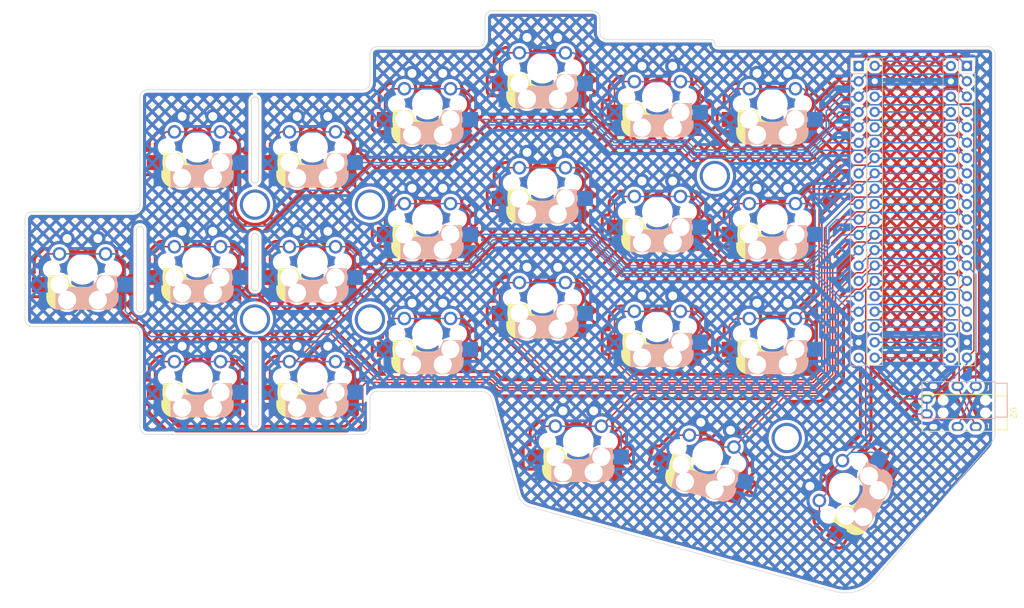
<source format=kicad_pcb>
(kicad_pcb (version 20211014) (generator pcbnew)
  (layers (0 "F.Cu" signal) (31 "B.Cu" signal) (34 "B.Paste" user) (35 "F.Paste" user) (36 "B.SilkS" user "B.Silkscreen") (37 "F.SilkS" user "F.Silkscreen") (38 "B.Mask" user) (39 "F.Mask" user) (44 "Edge.Cuts" user))
  (net 0 "")
  (net 1 "/k00")
  (net 2 "GND")
  (net 3 "/k01")
  (net 4 "/k02")
  (net 5 "/k03")
  (net 6 "/k04")
  (net 7 "/k05")
  (net 8 "/k10")
  (net 9 "/k11")
  (net 10 "/k12")
  (net 11 "/k13")
  (net 12 "/k14")
  (net 13 "/k15")
  (net 14 "/k16")
  (net 15 "/k20")
  (net 16 "/k21")
  (net 17 "/k22")
  (net 18 "/k23")
  (net 19 "/k24")
  (net 20 "/k25")
  (net 21 "/k30")
  (net 22 "/k31")
  (net 23 "/k32")
  (net 24 "+3V3")
  (net 25 "/TX")
  (net 26 "/RX")
  (net 27 "unconnected-(U1-Pad1)")
  (net 28 "unconnected-(U1-Pad7)")
  (net 29 "unconnected-(U1-Pad8)")
  (net 30 "unconnected-(U1-Pad37)")
  (net 31 "unconnected-(U1-Pad18)")
  (net 32 "unconnected-(U1-Pad21)")
  (net 33 "unconnected-(U1-Pad22)")
  (net 34 "unconnected-(U1-Pad23)")
  (net 35 "unconnected-(U1-Pad24)")
  (net 36 "unconnected-(U1-Pad25)")
  (net 37 "unconnected-(U1-Pad36)")
  (net 38 "unconnected-(U1-Pad40)")
  (footprint "sat1l:MXOnly-1U-Hotswap-Optional-Reversible-19mm" (layer "F.Cu") (at 229.1875 66.5)
    (fp_text reference "K16")
    (fp_text value "KEYSW")
  )
  (footprint "Kicad-STM32:YAAJ_WeAct_BlackPill_2" (layer "F.Cu") (at 243.4375 41.1925)
    (fp_text reference "U1")
    (fp_text value "YAAJ_WeAct_BlackPill_Part_Like" hide)
  )
  (footprint "sat1l:MXOnly-1U-Hotswap-Optional-Reversible-19mm" (layer "F.Cu") (at 191.1875 79.5625)
    (fp_text reference "K23")
    (fp_text value "KEYSW")
  )
  (footprint "sat1l:MXOnly-1U-Hotswap-Optional-Reversible-19mm" (layer "F.Cu") (at 210.1875 84.3125)
    (fp_text reference "K24")
    (fp_text value "KEYSW")
  )
  (footprint "sat1l:MXOnly-1U-Hotswap-Optional-Reversible-19mm" (layer "F.Cu") (at 191.1875 60.5625)
    (fp_text reference "K14")
    (fp_text value "KEYSW")
  )
  (footprint "sat1l:MXOnly-1U-Hotswap-Optional-Reversible-19mm" (layer "F.Cu") (at 191.1875 41.5625)
    (fp_text reference "K03")
    (fp_text value "KEYSW")
  )
  (footprint "sat1l:MXOnly-1U-Hotswap-Optional-Reversible-19mm" (layer "F.Cu") (at 134.1875 73.625)
    (fp_text reference "K11")
    (fp_text value "KEYSW")
  )
  (footprint "sat1l:breakaway .75U (for 19mm net)" (layer "F.Cu") (at 143.6875 53.4375)
    (fp_text reference "B3")
    (fp_text value "breakaway")
    (fp_line (start -0.59375 6.53125) (end -0.59375 -6.53125) (layer "Edge.Cuts") (width 0.12))
    (fp_line (start 0.59375 6.53125) (end 0.59375 -6.53125) (layer "Edge.Cuts") (width 0.12))
    (fp_arc (start -0.59375 -6.53125) (mid 0 -7.125) (end 0.59375 -6.53125) (layer "Edge.Cuts") (width 0.12))
    (fp_arc (start 0.59375 6.53125) (mid 0 7.125) (end -0.59375 6.53125) (layer "Edge.Cuts") (width 0.12))
  )
  (footprint "sat1l:MXOnly-1U-Hotswap-Optional-Reversible-19mm" (layer "F.Cu") (at 229.1875 47.5)
    (fp_text reference "K05")
    (fp_text value "KEYSW")
  )
  (footprint "sat1l:breakaway .5U (for 19mm net)" (layer "F.Cu") (at 143.6875 73.625)
    (fp_text reference "B2")
    (fp_text value "breakaway")
    (fp_line (start 0.59375 4.15625) (end 0.59375 -4.15625) (layer "Edge.Cuts") (width 0.12))
    (fp_line (start -0.59375 4.15625) (end -0.59375 -4.15625) (layer "Edge.Cuts") (width 0.12))
    (fp_arc (start -0.59375 -4.15625) (mid 0 -4.75) (end 0.59375 -4.15625) (layer "Edge.Cuts") (width 0.12))
    (fp_arc (start 0.59375 4.15625) (mid 0 4.75) (end -0.59375 4.15625) (layer "Edge.Cuts") (width 0.12))
  )
  (footprint "sat1l:MXOnly-1U-Hotswap-Optional-Reversible-19mm" (layer "F.Cu") (at 172.1875 66.5)
    (fp_text reference "K13")
    (fp_text value "KEYSW")
  )
  (footprint "sat1l:MXOnly-1U-Hotswap-Optional-Reversible-19mm" (layer "F.Cu") (at 197.125 103.3125)
    (fp_text reference "K30")
    (fp_text value "KEYSW")
  )
  (footprint "kbd:M2_Hole_TH_Outside" (layer "F.Cu") (at 162.6875 64.125)
    (fp_text reference "H6")
    (fp_text value "MountingHole")
  )
  (footprint "sat1l:breakaway .75U (for 19mm net)" (layer "F.Cu") (at 143.6875 93.8125)
    (fp_text reference "B1")
    (fp_text value "breakaway")
    (fp_line (start -0.59375 6.53125) (end -0.59375 -6.53125) (layer "Edge.Cuts") (width 0.12))
    (fp_line (start 0.59375 6.53125) (end 0.59375 -6.53125) (layer "Edge.Cuts") (width 0.12))
    (fp_arc (start 0.59375 6.53125) (mid 0 7.125) (end -0.59375 6.53125) (layer "Edge.Cuts") (width 0.12))
    (fp_arc (start -0.59375 -6.53125) (mid 0 -7.125) (end 0.59375 -6.53125) (layer "Edge.Cuts") (width 0.12))
  )
  (footprint "sat1l:MXOnly-1U-Hotswap-Optional-Reversible-19mm" (layer "F.Cu") (at 153.1875 73.625)
    (fp_text reference "K12")
    (fp_text value "KEYSW")
  )
  (footprint "sat1l:MXOnly-1U-Hotswap-Optional-Reversible-19mm" (layer "F.Cu") (at 153.1875 92.625)
    (fp_text reference "K21")
    (fp_text value "KEYSW")
  )
  (footprint "sat1l:breakaway .75U (for 19mm net)" (layer "F.Cu") (at 124.6875 74.8125)
    (fp_text reference "B4")
    (fp_text value "breakaway")
    (fp_line (start 0.59375 6.53125) (end 0.59375 -6.53125) (layer "Edge.Cuts") (width 0.12))
    (fp_line (start -0.59375 6.53125) (end -0.59375 -6.53125) (layer "Edge.Cuts") (width 0.12))
    (fp_arc (start 0.59375 6.53125) (mid 0 7.125) (end -0.59375 6.53125) (layer "Edge.Cuts") (width 0.12))
    (fp_arc (start -0.59375 -6.53125) (mid 0 -7.125) (end 0.59375 -6.53125) (layer "Edge.Cuts") (width 0.12))
  )
  (footprint "kbd:M2_Hole_TH_Outside" (layer "F.Cu") (at 231.5625 102.71875)
    (fp_text reference "H4")
    (fp_text value "MountingHole")
  )
  (footprint "sat1l:MXOnly-1U-Hotswap-Optional-Reversible-19mm" (layer "F.Cu") (at 134.1875 92.625)
    (fp_text reference "K20")
    (fp_text value "KEYSW")
  )
  (footprint "kbd:M2_Hole_TH_Outside" (layer "F.Cu") (at 143.6875 64.125)
    (fp_text reference "H5")
    (fp_text value "MountingHole")
  )
  (footprint "sat1l:MXOnly-1U-Hotswap-Optional-Reversible-19mm" (layer "F.Cu") (at 172.1875 47.5)
    (fp_text reference "K02")
    (fp_text value "KEYSW")
  )
  (footprint "sat1l:MXOnly-1.5U-Hotswap-Optional-Reversible-19mm" (layer "F.Cu") (at 241.0625 111.03125 60)
    (fp_text reference "K32")
    (fp_text value "KEYSW")
  )
  (footprint "kbd:M2_Hole_TH_Outside" (layer "F.Cu") (at 143.6875 83.125)
    (fp_text reference "H2")
    (fp_text value "MountingHole")
  )
  (footprint "sat1l:MXOnly-1U-Hotswap-Optional-Reversible-19mm" (layer "F.Cu") (at 115.1875 74.8125)
    (fp_text reference "K10")
    (fp_text value "KEYSW")
  )
  (footprint "sat1l:MXOnly-1U-Hotswap-Optional-Reversible-19mm" (layer "F.Cu") (at 218.5 105.6875 -15)
    (fp_text reference "K31")
    (fp_text value "KEYSW")
  )
  (footprint "sat1l:MXOnly-1U-Hotswap-Optional-Reversible-19mm" (layer "F.Cu") (at 210.1875 65.3125)
    (fp_text reference "K15")
    (fp_text value "KEYSW")
  )
  (footprint "sat1l:TRRS-PJ-320A-Reversible" (layer "F.Cu") (at 266 98.5625 -90)
    (fp_text reference "U2")
    (fp_text value "TRRS")
  )
  (footprint "kbd:M2_Hole_TH_Outside" (layer "F.Cu") (at 219.6875 59.375)
    (fp_text reference "H3")
    (fp_text value "MountingHole")
  )
  (footprint "kbd:M2_Hole_TH_Outside" (layer "F.Cu") (at 162.6875 83.125)
    (fp_text reference "H1")
    (fp_text value "MountingHole")
  )
  (footprint "sat1l:MXOnly-1U-Hotswap-Optional-Reversible-19mm" (layer "F.Cu") (at 134.1875 54.625)
    (fp_text reference "K00")
    (fp_text value "KEYSW")
  )
  (footprint "sat1l:MXOnly-1U-Hotswap-Optional-Reversible-19mm" (layer "F.Cu") (at 210.1875 46.3125)
    (fp_text reference "K04")
    (fp_text value "KEYSW")
  )
  (footprint "sat1l:MXOnly-1U-Hotswap-Optional-Reversible-19mm" (layer "F.Cu") (at 229.1875 85.5)
    (fp_text reference "K25")
    (fp_text value "KEYSW")
  )
  (footprint "sat1l:MXOnly-1U-Hotswap-Optional-Reversible-19mm" (layer "F.Cu") (at 172.1875 85.5)
    (fp_text reference "K22")
    (fp_text value "KEYSW")
  )
  (footprint "sat1l:MXOnly-1U-Hotswap-Optional-Reversible-19mm" (layer "F.Cu") (at 153.1875 54.625)
    (fp_text reference "K01")
    (fp_text value "KEYSW")
  )
  (gr_line (start 239.599296 128.117562) (end 188.8125 114) (layer "Edge.Cuts") (width 0.1))
  (gr_line (start 125.875 102.125) (end 161.5 102.125) (layer "Edge.Cuts") (width 0.1))
  (gr_arc (start 220.28125 38) (mid 219.861405 37.826095) (end 219.6875 37.40625) (layer "Edge.Cuts") (width 0.1))
  (gr_line (start 105.6875 66.5) (end 105.6875 83.125) (layer "Edge.Cuts") (width 0.1))
  (gr_line (start 163.875 95) (end 180.5 95) (layer "Edge.Cuts") (width 0.1))
  (gr_arc (start 245.8125 126.46875) (mid 242.924497 128.116899) (end 239.599296 128.117562) (layer "Edge.Cuts") (width 0.1))
  (gr_arc (start 124.6875 46.3125) (mid 125.035311 45.472811) (end 125.875 45.125) (layer "Edge.Cuts") (width 0.1))
  (gr_line (start 199.5 32.0625) (end 182.875 32.0625) (layer "Edge.Cuts") (width 0.1))
  (gr_line (start 124.6875 85.5) (end 124.6875 100.9375) (layer "Edge.Cuts") (width 0.1))
  (gr_arc (start 162.6875 39.1875) (mid 163.035311 38.347811) (end 163.875 38) (layer "Edge.Cuts") (width 0.1))
  (gr_line (start 180.5 38) (end 163.875 38) (layer "Edge.Cuts") (width 0.1))
  (gr_arc (start 123.5 84.3125) (mid 124.339689 84.660311) (end 124.6875 85.5) (layer "Edge.Cuts") (width 0.1))
  (gr_line (start 106.875 84.3125) (end 123.5 84.3125) (layer "Edge.Cuts") (width 0.1))
  (gr_line (start 124.6875 64.125) (end 124.6875 46.3125) (layer "Edge.Cuts") (width 0.1))
  (gr_line (start 181.6875 36.8125) (end 181.6875 33.25) (layer "Edge.Cuts") (width 0.1))
  (gr_arc (start 264.8125 38) (mid 265.652189 38.347811) (end 266 39.1875) (layer "Edge.Cuts") (width 0.1))
  (gr_arc (start 181.6875 33.25) (mid 182.035311 32.410311) (end 182.875 32.0625) (layer "Edge.Cuts") (width 0.1))
  (gr_arc (start 181.09375 95) (mid 182.135265 95.336225) (end 182.783592 96.217969) (layer "Edge.Cuts") (width 0.1))
  (gr_arc (start 106.875 84.3125) (mid 106.035311 83.964689) (end 105.6875 83.125) (layer "Edge.Cuts") (width 0.1))
  (gr_arc (start 105.6875 66.5) (mid 106.035311 65.660311) (end 106.875 65.3125) (layer "Edge.Cuts") (width 0.1))
  (gr_line (start 266 39.1875) (end 266 102.125) (layer "Edge.Cuts") (width 0.1))
  (gr_line (start 161.5 45.125) (end 125.875 45.125) (layer "Edge.Cuts") (width 0.1))
  (gr_arc (start 162.6875 96.1875) (mid 163.035311 95.347811) (end 163.875 95) (layer "Edge.Cuts") (width 0.1))
  (gr_line (start 182.783592 96.217969) (end 187.156618 112.156066) (layer "Edge.Cuts") (width 0.1))
  (gr_line (start 180.5 95) (end 181.09375 95) (layer "Edge.Cuts") (width 0.1))
  (gr_line (start 162.6875 43.9375) (end 162.6875 39.1875) (layer "Edge.Cuts") (width 0.1))
  (gr_arc (start 125.875 102.125) (mid 125.035311 101.777189) (end 124.6875 100.9375) (layer "Edge.Cuts") (width 0.1))
  (gr_line (start 162.6875 96.1875) (end 162.6875 100.9375) (layer "Edge.Cuts") (width 0.1))
  (gr_line (start 218.5 36.8125) (end 201.875 36.8125) (layer "Edge.Cuts") (width 0.1))
  (gr_line (start 238.6875 38) (end 220.875 38) (layer "Edge.Cuts") (width 0.1))
  (gr_arc (start 266 102.125) (mid 265.843371 102.764542) (end 265.478284 103.3125) (layer "Edge.Cuts") (width 0.1))
  (gr_line (start 220.875 38) (end 220.28125 38) (layer "Edge.Cuts") (width 0.1))
  (gr_arc (start 162.6875 100.9375) (mid 162.339689 101.777189) (end 161.5 102.125) (layer "Edge.Cuts") (width 0.1))
  (gr_arc (start 124.6875 64.125) (mid 124.339689 64.964689) (end 123.5 65.3125) (layer "Edge.Cuts") (width 0.1))
  (gr_arc (start 181.6875 36.8125) (mid 181.339689 37.652189) (end 180.5 38) (layer "Edge.Cuts") (width 0.1))
  (gr_arc (start 199.5 32.0625) (mid 200.339689 32.410311) (end 200.6875 33.25) (layer "Edge.Cuts") (width 0.1))
  (gr_line (start 218.5 36.8125) (end 219.09375 36.8125) (layer "Edge.Cuts") (width 0.1))
  (gr_arc (start 162.6875 43.9375) (mid 162.339689 44.777189) (end 161.5 45.125) (layer "Edge.Cuts") (width 0.1))
  (gr_arc (start 188.8125 114) (mid 187.779159 113.262487) (end 187.156618 112.156066) (layer "Edge.Cuts") (width 0.1))
  (gr_line (start 238.6875 38) (end 264.8125 38) (layer "Edge.Cuts") (width 0.1))
  (gr_arc (start 201.875 36.8125) (mid 201.035311 36.464689) (end 200.6875 35.625) (layer "Edge.Cuts") (width 0.1))
  (gr_arc (start 219.09375 36.8125) (mid 219.513595 36.986405) (end 219.6875 37.40625) (layer "Edge.Cuts") (width 0.1))
  (gr_line (start 123.5 65.3125) (end 106.875 65.3125) (layer "Edge.Cuts") (width 0.1))
  (gr_line (start 245.8125 126.46875) (end 265.478284 103.3125) (layer "Edge.Cuts") (width 0.1))
  (gr_line (start 200.6875 35.625) (end 200.6875 33.25) (layer "Edge.Cuts") (width 0.1))
  (segment (start 127.1025 57.165) (end 127.1025 53.99125) (width 0.25) (layer "F.Cu") (net 1))
  (segment (start 127.1025 53.99125) (end 129.00875 52.085) (width 0.25) (layer "F.Cu") (net 1))
  (segment (start 129.00875 52.085) (end 130.3775 52.085) (width 0.25) (layer "F.Cu") (net 1))
  (segment (start 141.2725 57.165) (end 140.125 58.3125) (width 0.25) (layer "B.Cu") (net 1))
  (segment (start 182.183896 50.94) (end 198.808812 50.94) (width 0.25) (layer "B.Cu") (net 1))
  (segment (start 235.608084 56.425) (end 236.893084 55.14) (width 0.25) (layer "B.Cu") (net 1))
  (segment (start 145.46875 67.6875) (end 151.40625 61.75) (width 0.25) (layer "B.Cu") (net 1))
  (segment (start 202.656312 54.7875) (end 214.378312 54.7875) (width 0.25) (layer "B.Cu") (net 1))
  (segment (start 214.378312 54.7875) (end 216.015812 56.425) (width 0.25) (layer "B.Cu") (net 1))
  (segment (start 246.0975 53.8725) (end 258.6575 53.8725) (width 0.25) (layer "B.Cu") (net 1))
  (segment (start 244.83 55.14) (end 246.0975 53.8725) (width 0.25) (layer "B.Cu") (net 1))
  (segment (start 151.40625 61.75) (end 158.8625 61.75) (width 0.25) (layer "B.Cu") (net 1))
  (segment (start 139.36625 52.085) (end 141.2725 53.99125) (width 0.25) (layer "B.Cu") (net 1))
  (segment (start 140.125 58.3125) (end 140.125 65.90625) (width 0.25) (layer "B.Cu") (net 1))
  (segment (start 236.893084 55.14) (end 244.83 55.14) (width 0.25) (layer "B.Cu") (net 1))
  (segment (start 140.125 65.90625) (end 141.90625 67.6875) (width 0.25) (layer "B.Cu") (net 1))
  (segment (start 175.508896 57.615) (end 182.183896 50.94) (width 0.25) (layer "B.Cu") (net 1))
  (segment (start 258.6575 53.8725) (end 258.6775 53.8925) (width 0.25) (layer "B.Cu") (net 1))
  (segment (start 141.90625 67.6875) (end 145.46875 67.6875) (width 0.25) (layer "B.Cu") (net 1))
  (segment (start 198.808812 50.94) (end 202.656312 54.7875) (width 0.25) (layer "B.Cu") (net 1))
  (segment (start 137.9975 52.085) (end 130.3775 52.085) (width 0.25) (layer "B.Cu") (net 1))
  (segment (start 141.2725 53.99125) (end 141.2725 57.165) (width 0.25) (layer "B.Cu") (net 1))
  (segment (start 216.015812 56.425) (end 235.608084 56.425) (width 0.25) (layer "B.Cu") (net 1))
  (segment (start 162.9975 57.615) (end 175.508896 57.615) (width 0.25) (layer "B.Cu") (net 1))
  (segment (start 137.9975 52.085) (end 139.36625 52.085) (width 0.25) (layer "B.Cu") (net 1))
  (segment (start 158.8625 61.75) (end 162.9975 57.615) (width 0.25) (layer "B.Cu") (net 1))
  (segment (start 159.0295 97.705) (end 159.697427 97.037073) (width 0.25) (layer "F.Cu") (net 2))
  (segment (start 219.262 92.625) (end 216.0295 89.3925) (width 0.25) (layer "F.Cu") (net 2))
  (segment (start 235.0295 90.58) (end 232.9845 92.625) (width 0.25) (layer "F.Cu") (net 2))
  (segment (start 232.9845 92.625) (end 219.262 92.625) (width 0.25) (layer "F.Cu") (net 2))
  (segment (start 246.0975 43.7125) (end 258.6575 43.7125) (width 0.25) (layer "B.Cu") (net 2))
  (segment (start 260.04 88.19) (end 261.3375 86.8925) (width 0.25) (layer "B.Cu") (net 2))
  (segment (start 244.78 85.57) (end 260.015 85.57) (width 0.25) (layer "B.Cu") (net 2))
  (segment (start 255.8 94.1625) (end 260.04 89.9225) (width 0.25) (layer "B.Cu") (net 2))
  (segment (start 260.04 89.9225) (end 260.04 88.19) (width 0.25) (layer "B.Cu") (net 2))
  (segment (start 260.015 85.57) (end 261.3375 86.8925) (width 0.25) (layer "B.Cu") (net 2))
  (segment (start 258.6575 43.7125) (end 258.6775 43.7325) (width 0.25) (layer "B.Cu") (net 2))
  (segment (start 243.4375 86.9125) (end 244.78 85.57) (width 0.25) (layer "B.Cu") (net 2))
  (segment (start 146.1025 53.99125) (end 148.00875 52.085) (width 0.25) (layer "F.Cu") (net 3))
  (segment (start 146.1025 57.165) (end 146.1025 53.99125) (width 0.25) (layer "F.Cu") (net 3))
  (segment (start 148.00875 52.085) (end 149.3775 52.085) (width 0.25) (layer "F.Cu") (net 3))
  (segment (start 181.9975 50.49) (end 198.995208 50.49) (width 0.25) (layer "B.Cu") (net 3))
  (segment (start 175.3225 57.165) (end 181.9975 50.49) (width 0.25) (layer "B.Cu") (net 3))
  (segment (start 235.421688 55.975) (end 237.504188 53.8925) (width 0.25) (layer "B.Cu") (net 3))
  (segment (start 244.654499 52.675501) (end 260.140501 52.675501) (width 0.25) (layer "B.Cu") (net 3))
  (segment (start 198.995208 50.49) (end 202.842708 54.3375) (width 0.25) (layer "B.Cu") (net 3))
  (segment (start 160.2725 53.99125) (end 158.36625 52.085) (width 0.25) (layer "B.Cu") (net 3))
  (segment (start 202.842708 54.3375) (end 214.564708 54.3375) (width 0.25) (layer "B.Cu") (net 3))
  (segment (start 216.202208 55.975) (end 235.421688 55.975) (width 0.25) (layer "B.Cu") (net 3))
  (segment (start 156.9975 52.085) (end 149.3775 52.085) (width 0.25) (layer "B.Cu") (net 3))
  (segment (start 237.504188 53.8925) (end 243.4375 53.8925) (width 0.25) (layer "B.Cu") (net 3))
  (segment (start 243.4375 53.8925) (end 244.654499 52.675501) (width 0.25) (layer "B.Cu") (net 3))
  (segment (start 160.2725 57.165) (end 160.2725 53.99125) (width 0.25) (layer "B.Cu") (net 3))
  (segment (start 158.36625 52.085) (end 156.9975 52.085) (width 0.25) (layer "B.Cu") (net 3))
  (segment (start 160.2725 57.165) (end 175.3225 57.165) (width 0.25) (layer "B.Cu") (net 3))
  (segment (start 260.140501 52.675501) (end 261.3375 53.8725) (width 0.25) (layer "B.Cu") (net 3))
  (segment (start 214.564708 54.3375) (end 216.202208 55.975) (width 0.25) (layer "B.Cu") (net 3))
  (segment (start 168.3775 44.96) (end 166.182675 44.96) (width 0.25) (layer "F.Cu") (net 4))
  (segment (start 166.182675 44.96) (end 165.1025 46.040175) (width 0.25) (layer "F.Cu") (net 4))
  (segment (start 165.1025 46.040175) (end 165.1025 50.04) (width 0.25) (layer "F.Cu") (net 4))
  (segment (start 199.181604 50.04) (end 203.029104 53.8875) (width 0.25) (layer "B.Cu") (net 4))
  (segment (start 203.029104 53.8875) (end 214.751104 53.8875) (width 0.25) (layer "B.Cu") (net 4))
  (segment (start 243.4375 51.3525) (end 244.6325 50.1575) (width 0.25) (layer "B.Cu") (net 4))
  (segment (start 260.1625 50.1575) (end 261.3375 51.3325) (width 0.25) (layer "B.Cu") (net 4))
  (segment (start 179.2725 50.04) (end 199.181604 50.04) (width 0.25) (layer "B.Cu") (net 4))
  (segment (start 214.751104 53.8875) (end 216.388604 55.525) (width 0.25) (layer "B.Cu") (net 4))
  (segment (start 239.407792 51.3525) (end 243.4375 51.3525) (width 0.25) (layer "B.Cu") (net 4))
  (segment (start 175.9975 44.96) (end 168.3775 44.96) (width 0.25) (layer "B.Cu") (net 4))
  (segment (start 216.388604 55.525) (end 235.235292 55.525) (width 0.25) (layer "B.Cu") (net 4))
  (segment (start 175.9975 44.96) (end 178.192325 44.96) (width 0.25) (layer "B.Cu") (net 4))
  (segment (start 178.192325 44.96) (end 179.2725 46.040175) (width 0.25) (layer "B.Cu") (net 4))
  (segment (start 179.2725 46.040175) (end 179.2725 50.04) (width 0.25) (layer "B.Cu") (net 4))
  (segment (start 244.6325 50.1575) (end 260.1625 50.1575) (width 0.25) (layer "B.Cu") (net 4))
  (segment (start 235.235292 55.525) (end 239.407792 51.3525) (width 0.25) (layer "B.Cu") (net 4))
  (segment (start 184.1025 40.102675) (end 184.1025 44.1025) (width 0.25) (layer "F.Cu") (net 5))
  (segment (start 187.3775 39.0225) (end 185.182675 39.0225) (width 0.25) (layer "F.Cu") (net 5))
  (segment (start 185.182675 39.0225) (end 184.1025 40.102675) (width 0.25) (layer "F.Cu") (net 5))
  (segment (start 216.575 55.075) (end 235.048896 55.075) (width 0.25) (layer "B.Cu") (net 5))
  (segment (start 260.1625 47.6175) (end 261.3375 48.7925) (width 0.25) (layer "B.Cu") (net 5))
  (segment (start 198.2725 40.92875) (end 196.36625 39.0225) (width 0.25) (layer "B.Cu") (net 5))
  (segment (start 240.2 48.8125) (end 243.4375 48.8125) (width 0.25) (layer "B.Cu") (net 5))
  (segment (start 243.4375 48.8125) (end 244.6325 47.6175) (width 0.25) (layer "B.Cu") (net 5))
  (segment (start 196.36625 39.0225) (end 194.9975 39.0225) (width 0.25) (layer "B.Cu") (net 5))
  (segment (start 214.9375 53.4375) (end 216.575 55.075) (width 0.25) (layer "B.Cu") (net 5))
  (segment (start 198.2725 44.1025) (end 198.2725 40.92875) (width 0.25) (layer "B.Cu") (net 5))
  (segment (start 238.54375 50.46875) (end 240.2 48.8125) (width 0.25) (layer "B.Cu") (net 5))
  (segment (start 244.6325 47.6175) (end 260.1625 47.6175) (width 0.25) (layer "B.Cu") (net 5))
  (segment (start 235.048896 55.075) (end 238.54375 51.580146) (width 0.25) (layer "B.Cu") (net 5))
  (segment (start 194.9975 39.0225) (end 187.3775 39.0225) (width 0.25) (layer "B.Cu") (net 5))
  (segment (start 203.2155 53.4375) (end 214.9375 53.4375) (width 0.25) (layer "B.Cu") (net 5))
  (segment (start 198.2725 44.1025) (end 198.2725 48.4945) (width 0.25) (layer "B.Cu") (net 5))
  (segment (start 238.54375 51.580146) (end 238.54375 50.46875) (width 0.25) (layer "B.Cu") (net 5))
  (segment (start 198.2725 48.4945) (end 203.2155 53.4375) (width 0.25) (layer "B.Cu") (net 5))
  (segment (start 204.182675 43.7725) (end 203.1025 44.852675) (width 0.25) (layer "F.Cu") (net 6))
  (segment (start 206.3775 43.7725) (end 204.182675 43.7725) (width 0.25) (layer "F.Cu") (net 6))
  (segment (start 203.1025 44.852675) (end 203.1025 48.8525) (width 0.25) (layer "F.Cu") (net 6))
  (segment (start 240.50875 46.2725) (end 243.4375 46.2725) (width 0.25) (layer "B.Cu") (net 6))
  (segment (start 260.1625 45.0775) (end 261.3375 46.2525) (width 0.25) (layer "B.Cu") (net 6))
  (segment (start 213.9975 43.7725) (end 206.3775 43.7725) (width 0.25) (layer "B.Cu") (net 6))
  (segment (start 217.2725 44.852675) (end 217.2725 48.8525) (width 0.25) (layer "B.Cu") (net 6))
  (segment (start 217.2725 48.8525) (end 217.2725 49.682) (width 0.25) (layer "B.Cu") (net 6))
  (segment (start 238.09375 51.39375) (end 238.09375 48.6875) (width 0.25) (layer "B.Cu") (net 6))
  (segment (start 216.192325 43.7725) (end 217.2725 44.852675) (width 0.25) (layer "B.Cu") (net 6))
  (segment (start 217.2725 49.682) (end 222.2155 54.625) (width 0.25) (layer "B.Cu") (net 6))
  (segment (start 213.9975 43.7725) (end 216.192325 43.7725) (width 0.25) (layer "B.Cu") (net 6))
  (segment (start 244.6325 45.0775) (end 260.1625 45.0775) (width 0.25) (layer "B.Cu") (net 6))
  (segment (start 243.4375 46.2725) (end 244.6325 45.0775) (width 0.25) (layer "B.Cu") (net 6))
  (segment (start 238.09375 48.6875) (end 240.50875 46.2725) (width 0.25) (layer "B.Cu") (net 6))
  (segment (start 222.2155 54.625) (end 234.8625 54.625) (width 0.25) (layer "B.Cu") (net 6))
  (segment (start 234.8625 54.625) (end 238.09375 51.39375) (width 0.25) (layer "B.Cu") (net 6))
  (segment (start 222.1025 46.040175) (end 222.1025 50.04) (width 0.25) (layer "F.Cu") (net 7))
  (segment (start 223.182675 44.96) (end 222.1025 46.040175) (width 0.25) (layer "F.Cu") (net 7))
  (segment (start 225.3775 44.96) (end 223.182675 44.96) (width 0.25) (layer "F.Cu") (net 7))
  (segment (start 236.2725 46.94625) (end 234.28625 44.96) (width 0.25) (layer "B.Cu") (net 7))
  (segment (start 236.2725 50.04) (end 236.2725 46.94625) (width 0.25) (layer "B.Cu") (net 7))
  (segment (start 244.6325 42.5375) (end 260.1625 42.5375) (width 0.25) (layer "B.Cu") (net 7))
  (segment (start 243.4375 43.7325) (end 244.6325 42.5375) (width 0.25) (layer "B.Cu") (net 7))
  (segment (start 234.28625 44.96) (end 232.9975 44.96) (width 0.25) (layer "B.Cu") (net 7))
  (segment (start 260.1625 42.5375) (end 261.3375 43.7125) (width 0.25) (layer "B.Cu") (net 7))
  (segment (start 236.2725 46.94625) (end 239.48625 43.7325) (width 0.25) (layer "B.Cu") (net 7))
  (segment (start 239.48625 43.7325) (end 243.4375 43.7325) (width 0.25) (layer "B.Cu") (net 7))
  (segment (start 232.9975 44.96) (end 225.3775 44.96) (width 0.25) (layer "B.Cu") (net 7))
  (segment (start 108.1025 73.352675) (end 108.1025 77.3525) (width 0.25) (layer "F.Cu") (net 8))
  (segment (start 111.3775 72.2725) (end 109.182675 72.2725) (width 0.25) (layer "F.Cu") (net 8))
  (segment (start 109.182675 72.2725) (end 108.1025 73.352675) (width 0.25) (layer "F.Cu") (net 8))
  (segment (start 118.9975 72.2725) (end 111.3775 72.2725) (width 0.25) (layer "B.Cu") (net 8))
  (segment (start 122.2725 73.585) (end 120.96 72.2725) (width 0.25) (layer "B.Cu") (net 8))
  (segment (start 243.4375 81.8325) (end 242.145 81.8325) (width 0.25) (layer "B.Cu") (net 8))
  (segment (start 123.027228 82.53125) (end 122.966739 82.470761) (width 0.25) (layer "B.Cu") (net 8))
  (segment (start 122.2725 81.776522) (end 122.2725 77.3525) (width 0.25) (layer "B.Cu") (net 8))
  (segment (start 244.6325 80.6375) (end 260.1625 80.6375) (width 0.25) (layer "B.Cu") (net 8))
  (segment (start 183.226542 70.39) (end 179.091542 74.525) (width 0.25) (layer "B.Cu") (net 8))
  (segment (start 236.3125 76) (end 204.232416 76) (width 0.25) (layer "B.Cu") (net 8))
  (segment (start 120.96 72.2725) (end 118.9975 72.2725) (width 0.25) (layer "B.Cu") (net 8))
  (segment (start 242.145 81.8325) (end 236.3125 76) (width 0.25) (layer "B.Cu") (net 8))
  (segment (start 126.445978 85.95) (end 122.966739 82.470761) (width 0.25) (layer "B.Cu") (net 8))
  (segment (start 204.232416 76) (end 198.622416 70.39) (width 0.25) (layer "B.Cu") (net 8))
  (segment (start 260.1625 80.6375) (end 261.3375 81.8125) (width 0.25) (layer "B.Cu") (net 8))
  (segment (start 122.2725 77.3525) (end 122.2725 73.585) (width 0.25) (layer "B.Cu") (net 8))
  (segment (start 154.298896 85.95) (end 126.445978 85.95) (width 0.25) (layer "B.Cu") (net 8))
  (segment (start 179.091542 74.525) (end 165.723896 74.525) (width 0.25) (layer "B.Cu") (net 8))
  (segment (start 198.622416 70.39) (end 183.226542 70.39) (width 0.25) (layer "B.Cu") (net 8))
  (segment (start 122.966739 82.470761) (end 122.2725 81.776522) (width 0.25) (layer "B.Cu") (net 8))
  (segment (start 243.4375 81.8325) (end 244.6325 80.6375) (width 0.25) (layer "B.Cu") (net 8))
  (segment (start 165.723896 74.525) (end 154.298896 85.95) (width 0.25) (layer "B.Cu") (net 8))
  (segment (start 130.3775 71.085) (end 128.182675 71.085) (width 0.25) (layer "F.Cu") (net 9))
  (segment (start 128.182675 71.085) (end 127.1025 72.165175) (width 0.25) (layer "F.Cu") (net 9))
  (segment (start 127.1025 72.165175) (end 127.1025 76.165) (width 0.25) (layer "F.Cu") (net 9))
  (segment (start 137.9975 71.085) (end 139.96 71.085) (width 0.25) (layer "B.Cu") (net 9))
  (segment (start 145.86496 80.89375) (end 158.71875 80.89375) (width 0.25) (layer "B.Cu") (net 9))
  (segment (start 198.808812 69.94) (end 204.418812 75.55) (width 0.25) (layer "B.Cu") (net 9))
  (segment (start 142.794615 78.96875) (end 143.93996 78.96875) (width 0.25) (layer "B.Cu") (net 9))
  (segment (start 137.9975 71.085) (end 130.3775 71.085) (width 0.25) (layer "B.Cu") (net 9))
  (segment (start 204.418812 75.55) (end 236.498896 75.55) (width 0.25) (layer "B.Cu") (net 9))
  (segment (start 240.241396 79.2925) (end 243.4375 79.2925) (width 0.25) (layer "B.Cu") (net 9))
  (segment (start 243.4375 79.2925) (end 244.6325 78.0975) (width 0.25) (layer "B.Cu") (net 9))
  (segment (start 143.93996 78.96875) (end 145.86496 80.89375) (width 0.25) (layer "B.Cu") (net 9))
  (segment (start 158.71875 80.89375) (end 165.5375 74.075) (width 0.25) (layer "B.Cu") (net 9))
  (segment (start 244.6325 78.0975) (end 260.1625 78.0975) (width 0.25) (layer "B.Cu") (net 9))
  (segment (start 165.5375 74.075) (end 178.905146 74.075) (width 0.25) (layer "B.Cu") (net 9))
  (segment (start 141.2725 77.446635) (end 142.794615 78.96875) (width 0.25) (layer "B.Cu") (net 9))
  (segment (start 260.1625 78.0975) (end 261.3375 79.2725) (width 0.25) (layer "B.Cu") (net 9))
  (segment (start 236.498896 75.55) (end 240.241396 79.2925) (width 0.25) (layer "B.Cu") (net 9))
  (segment (start 139.96 71.085) (end 141.2725 72.3975) (width 0.25) (layer "B.Cu") (net 9))
  (segment (start 141.2725 72.3975) (end 141.2725 76.165) (width 0.25) (layer "B.Cu") (net 9))
  (segment (start 178.905146 74.075) (end 183.040146 69.94) (width 0.25) (layer "B.Cu") (net 9))
  (segment (start 183.040146 69.94) (end 198.808812 69.94) (width 0.25) (layer "B.Cu") (net 9))
  (segment (start 141.2725 76.165) (end 141.2725 77.446635) (width 0.25) (layer "B.Cu") (net 9))
  (segment (start 146.1025 72.165175) (end 146.1025 76.165) (width 0.25) (layer "F.Cu") (net 10))
  (segment (start 149.3775 71.085) (end 147.182675 71.085) (width 0.25) (layer "F.Cu") (net 10))
  (segment (start 147.182675 71.085) (end 146.1025 72.165175) (width 0.25) (layer "F.Cu") (net 10))
  (segment (start 239.70375 75.40625) (end 243.4375 71.6725) (width 0.25) (layer "B.Cu") (net 10))
  (segment (start 182.85375 69.49) (end 198.995208 69.49) (width 0.25) (layer "B.Cu") (net 10))
  (segment (start 164.163604 74.8125) (end 165.351104 73.625) (width 0.25) (layer "B.Cu") (net 10))
  (segment (start 160.2725 76.165) (end 161.625 74.8125) (width 0.25) (layer "B.Cu") (net 10))
  (segment (start 161.625 74.8125) (end 164.163604 74.8125) (width 0.25) (layer "B.Cu") (net 10))
  (segment (start 156.9975 71.085) (end 158.96 71.085) (width 0.25) (layer "B.Cu") (net 10))
  (segment (start 236.991542 75.40625) (end 239.70375 75.40625) (width 0.25) (layer "B.Cu") (net 10))
  (segment (start 243.4375 71.6725) (end 244.6325 70.4775) (width 0.25) (layer "B.Cu") (net 10))
  (segment (start 158.96 71.085) (end 160.2725 72.3975) (width 0.25) (layer "B.Cu") (net 10))
  (segment (start 165.351104 73.625) (end 178.71875 73.625) (width 0.25) (layer "B.Cu") (net 10))
  (segment (start 204.605208 75.1) (end 236.685292 75.1) (width 0.25) (layer "B.Cu") (net 10))
  (segment (start 160.2725 72.3975) (end 160.2725 76.165) (width 0.25) (layer "B.Cu") (net 10))
  (segment (start 260.1625 70.4775) (end 261.3375 71.6525) (width 0.25) (layer "B.Cu") (net 10))
  (segment (start 178.71875 73.625) (end 182.85375 69.49) (width 0.25) (layer "B.Cu") (net 10))
  (segment (start 198.995208 69.49) (end 204.605208 75.1) (width 0.25) (layer "B.Cu") (net 10))
  (segment (start 244.6325 70.4775) (end 260.1625 70.4775) (width 0.25) (layer "B.Cu") (net 10))
  (segment (start 149.3775 71.085) (end 156.9975 71.085) (width 0.25) (layer "B.Cu") (net 10))
  (segment (start 236.685292 75.1) (end 236.991542 75.40625) (width 0.25) (layer "B.Cu") (net 10))
  (segment (start 165.1025 66.204998) (end 165.1025 69.04) (width 0.25) (layer "F.Cu") (net 11))
  (segment (start 167.347498 63.96) (end 165.1025 66.204998) (width 0.25) (layer "F.Cu") (net 11))
  (segment (start 168.3775 63.96) (end 167.347498 63.96) (width 0.25) (layer "F.Cu") (net 11))
  (segment (start 240.627792 69.1325) (end 243.4375 69.1325) (width 0.25) (layer "B.Cu") (net 11))
  (segment (start 178.192325 63.96) (end 179.2725 65.040175) (width 0.25) (layer "B.Cu") (net 11))
  (segment (start 244.6325 67.9375) (end 260.1625 67.9375) (width 0.25) (layer "B.Cu") (net 11))
  (segment (start 179.2725 65.040175) (end 179.2725 69.04) (width 0.25) (layer "B.Cu") (net 11))
  (segment (start 243.4375 69.1325) (end 244.6325 67.9375) (width 0.25) (layer "B.Cu") (net 11))
  (segment (start 175.9975 63.96) (end 178.192325 63.96) (width 0.25) (layer "B.Cu") (net 11))
  (segment (start 168.3775 63.96) (end 175.9975 63.96) (width 0.25) (layer "B.Cu") (net 11))
  (segment (start 199.181604 69.04) (end 204.791604 74.65) (width 0.25) (layer "B.Cu") (net 11))
  (segment (start 204.791604 74.65) (end 235.110292 74.65) (width 0.25) (layer "B.Cu") (net 11))
  (segment (start 179.2725 69.04) (end 199.181604 69.04) (width 0.25) (layer "B.Cu") (net 11))
  (segment (start 235.110292 74.65) (end 240.627792 69.1325) (width 0.25) (layer "B.Cu") (net 11))
  (segment (start 260.1625 67.9375) (end 261.3375 69.1125) (width 0.25) (layer "B.Cu") (net 11))
  (segment (start 187.3775 58.0225) (end 185.182675 58.0225) (width 0.25) (layer "F.Cu") (net 12))
  (segment (start 184.1025 59.102675) (end 184.1025 63.1025) (width 0.25) (layer "F.Cu") (net 12))
  (segment (start 185.182675 58.0225) (end 184.1025 59.102675) (width 0.25) (layer "F.Cu") (net 12))
  (segment (start 187.3775 58.0225) (end 194.9975 58.0225) (width 0.25) (layer "B.Cu") (net 12))
  (segment (start 198.2725 59.102675) (end 198.2725 63.1025) (width 0.25) (layer "B.Cu") (net 12))
  (segment (start 194.9975 58.0225) (end 197.192325 58.0225) (width 0.25) (layer "B.Cu") (net 12))
  (segment (start 238.54375 70.580146) (end 238.54375 67.873896) (width 0.25) (layer "B.Cu") (net 12))
  (segment (start 239.825146 66.5925) (end 243.4375 66.5925) (width 0.25) (layer "B.Cu") (net 12))
  (segment (start 261.3375 66.5725) (end 260.1625 65.3975) (width 0.25) (layer "B.Cu") (net 12))
  (segment (start 260.1625 65.3975) (end 244.6325 65.3975) (width 0.25) (layer "B.Cu") (net 12))
  (segment (start 204.978 74.2) (end 234.923896 74.2) (width 0.25) (layer "B.Cu") (net 12))
  (segment (start 238.54375 67.873896) (end 239.825146 66.5925) (width 0.25) (layer "B.Cu") (net 12))
  (segment (start 198.2725 67.4945) (end 204.978 74.2) (width 0.25) (layer "B.Cu") (net 12))
  (segment (start 244.6325 65.3975) (end 243.4375 66.5925) (width 0.25) (layer "B.Cu") (net 12))
  (segment (start 197.192325 58.0225) (end 198.2725 59.102675) (width 0.25) (layer "B.Cu") (net 12))
  (segment (start 198.2725 63.1025) (end 198.2725 67.4945) (width 0.25) (layer "B.Cu") (net 12))
  (segment (start 234.923896 74.2) (end 238.54375 70.580146) (width 0.25) (layer "B.Cu") (net 12))
  (segment (start 204.182675 62.7725) (end 203.1025 63.852675) (width 0.25) (layer "F.Cu") (net 13))
  (segment (start 206.3775 62.7725) (end 204.182675 62.7725) (width 0.25) (layer "F.Cu") (net 13))
  (segment (start 203.1025 63.852675) (end 203.1025 67.8525) (width 0.25) (layer "F.Cu") (net 13))
  (segment (start 217.2725 67.8525) (end 217.2725 69.3525) (width 0.25) (layer "B.Cu") (net 13))
  (segment (start 216.192325 62.7725) (end 217.2725 63.852675) (width 0.25) (layer "B.Cu") (net 13))
  (segment (start 243.4375 64.0525) (end 244.6325 62.8575) (width 0.25) (layer "B.Cu") (net 13))
  (segment (start 221.67 73.75) (end 234.7375 73.75) (width 0.25) (layer "B.Cu") (net 13))
  (segment (start 206.3775 62.7725) (end 213.9975 62.7725) (width 0.25) (layer "B.Cu") (net 13))
  (segment (start 238.09375 70.39375) (end 238.09375 67.6875) (width 0.25) (layer "B.Cu") (net 13))
  (segment (start 217.2725 63.852675) (end 217.2725 67.8525) (width 0.25) (layer "B.Cu") (net 13))
  (segment (start 260.1625 62.8575) (end 261.3375 64.0325) (width 0.25) (layer "B.Cu") (net 13))
  (segment (start 238.09375 67.6875) (end 241.72875 64.0525) (width 0.25) (layer "B.Cu") (net 13))
  (segment (start 217.2725 69.3525) (end 221.67 73.75) (width 0.25) (layer "B.Cu") (net 13))
  (segment (start 244.6325 62.8575) (end 260.1625 62.8575) (width 0.25) (layer "B.Cu") (net 13))
  (segment (start 241.72875 64.0525) (end 243.4375 64.0525) (width 0.25) (layer "B.Cu") (net 13))
  (segment (start 234.7375 73.75) (end 238.09375 70.39375) (width 0.25) (layer "B.Cu") (net 13))
  (segment (start 213.9975 62.7725) (end 216.192325 62.7725) (width 0.25) (layer "B.Cu") (net 13))
  (segment (start 223.182675 63.96) (end 222.1025 65.040175) (width 0.25) (layer "F.Cu") (net 14))
  (segment (start 225.3775 63.96) (end 223.182675 63.96) (width 0.25) (layer "F.Cu") (net 14))
  (segment (start 222.1025 65.040175) (end 222.1025 69.04) (width 0.25) (layer "F.Cu") (net 14))
  (segment (start 236.2725 65.040175) (end 236.2725 69.04) (width 0.25) (layer "B.Cu") (net 14))
  (segment (start 235.192325 63.96) (end 236.2725 65.040175) (width 0.25) (layer "B.Cu") (net 14))
  (segment (start 244.6325 60.3175) (end 260.1625 60.3175) (width 0.25) (layer "B.Cu") (net 14))
  (segment (start 232.9975 63.96) (end 225.3775 63.96) (width 0.25) (layer "B.Cu") (net 14))
  (segment (start 243.4375 61.5125) (end 244.6325 60.3175) (width 0.25) (layer "B.Cu") (net 14))
  (segment (start 243.4375 61.5125) (end 235.445 61.5125) (width 0.25) (layer "B.Cu") (net 14))
  (segment (start 232.9975 63.96) (end 235.192325 63.96) (width 0.25) (layer "B.Cu") (net 14))
  (segment (start 260.1625 60.3175) (end 261.3375 61.4925) (width 0.25) (layer "B.Cu") (net 14))
  (segment (start 235.445 61.5125) (end 232.9975 63.96) (width 0.25) (layer "B.Cu") (net 14))
  (segment (start 182.56875 93.525) (end 162.051104 93.525) (width 0.25) (layer "F.Cu") (net 15))
  (segment (start 239.15625 74.21875) (end 239.15625 92.173834) (width 0.25) (layer "F.Cu") (net 15))
  (segment (start 246.0975 69.1125) (end 244.9025 70.3075) (width 0.25) (layer "F.Cu") (net 15))
  (segment (start 183.91875 94.875) (end 182.56875 93.525) (width 0.25) (layer "F.Cu") (net 15))
  (segment (start 127.1025 98.18046) (end 127.1025 95.165) (width 0.25) (layer "F.Cu") (net 15))
  (segment (start 158.98625 101.67) (end 130.59204 101.67) (width 0.25) (layer "F.Cu") (net 15))
  (segment (start 236.455084 94.875) (end 183.91875 94.875) (width 0.25) (layer "F.Cu") (net 15))
  (segment (start 127.1025 91.165175) (end 127.1025 95.165) (width 0.25) (layer "F.Cu") (net 15))
  (segment (start 162.051104 93.525) (end 161.5 94.076104) (width 0.25) (layer "F.Cu") (net 15))
  (segment (start 130.3775 90.085) (end 128.182675 90.085) (width 0.25) (layer "F.Cu") (net 15))
  (segment (start 161.5 99.15625) (end 158.98625 101.67) (width 0.25) (layer "F.Cu") (net 15))
  (segment (start 130.59204 101.67) (end 127.1025 98.18046) (width 0.25) (layer "F.Cu") (net 15))
  (segment (start 239.15625 92.173834) (end 236.455084 94.875) (width 0.25) (layer "F.Cu") (net 15))
  (segment (start 128.182675 90.085) (end 127.1025 91.165175) (width 0.25) (layer "F.Cu") (net 15))
  (segment (start 244.9025 70.3075) (end 243.0675 70.3075) (width 0.25) (layer "F.Cu") (net 15))
  (segment (start 161.5 94.076104) (end 161.5 99.15625) (width 0.25) (layer "F.Cu") (net 15))
  (segment (start 243.0675 70.3075) (end 239.15625 74.21875) (width 0.25) (layer "F.Cu") (net 15))
  (segment (start 141.2725 91.165175) (end 141.2725 95.165) (width 0.25) (layer "B.Cu") (net 15))
  (segment (start 137.9975 90.085) (end 130.3775 90.085) (width 0.25) (layer "B.Cu") (net 15))
  (segment (start 137.9975 90.085) (end 140.192325 90.085) (width 0.25) (layer "B.Cu") (net 15))
  (segment (start 246.1175 69.1325) (end 246.0975 69.1125) (width 0.25) (layer "B.Cu") (net 15))
  (segment (start 258.6775 69.1325) (end 246.1175 69.1325) (width 0.25) (layer "B.Cu") (net 15))
  (segment (start 140.192325 90.085) (end 141.2725 91.165175) (width 0.25) (layer "B.Cu") (net 15))
  (segment (start 149.3775 90.085) (end 147.182675 90.085) (width 0.25) (layer "F.Cu") (net 16))
  (segment (start 244.9025 67.7675) (end 243.140799 67.7675) (width 0.25) (layer "F.Cu") (net 16))
  (segment (start 182.755146 93.075) (end 163.816555 93.075) (width 0.25) (layer "F.Cu") (net 16))
  (segment (start 236.268688 94.425) (end 184.105146 94.425) (width 0.25) (layer "F.Cu") (net 16))
  (segment (start 154.96875 85.5) (end 150.38375 90.085) (width 0.25) (layer "F.Cu") (net 16))
  (segment (start 156.241555 85.5) (end 154.96875 85.5) (width 0.25) (layer "F.Cu") (net 16))
  (segment (start 238.70625 91.987438) (end 236.268688 94.425) (width 0.25) (layer "F.Cu") (net 16))
  (segment (start 150.38375 90.085) (end 149.3775 90.085) (width 0.25) (layer "F.Cu") (net 16))
  (segment (start 163.816555 93.075) (end 156.241555 85.5) (width 0.25) (layer "F.Cu") (net 16))
  (segment (start 243.140799 67.7675) (end 238.70625 72.202049) (width 0.25) (layer "F.Cu") (net 16))
  (segment (start 184.105146 94.425) (end 182.755146 93.075) (width 0.25) (layer "F.Cu") (net 16))
  (segment (start 246.0975 66.5725) (end 244.9025 67.7675) (width 0.25) (layer "F.Cu") (net 16))
  (segment (start 147.182675 90.085) (end 146.1025 91.165175) (width 0.25) (layer "F.Cu") (net 16))
  (segment (start 146.1025 91.165175) (end 146.1025 95.165) (width 0.25) (layer "F.Cu") (net 16))
  (segment (start 238.70625 72.202049) (end 238.70625 91.987438) (width 0.25) (layer "F.Cu") (net 16))
  (segment (start 160.2725 91.165175) (end 160.2725 95.165) (width 0.25) (layer "B.Cu") (net 16))
  (segment (start 258.6575 66.5725) (end 258.6775 66.5925) (width 0.25) (layer "B.Cu") (net 16))
  (segment (start 156.9975 90.085) (end 159.192325 90.085) (width 0.25) (layer "B.Cu") (net 16))
  (segment (start 159.192325 90.085) (end 160.2725 91.165175) (width 0.25) (layer "B.Cu") (net 16))
  (segment (start 246.0975 66.5725) (end 258.6575 66.5725) (width 0.25) (layer "B.Cu") (net 16))
  (segment (start 156.9975 90.085) (end 149.3775 90.085) (width 0.25) (layer "B.Cu") (net 16))
  (segment (start 166.182675 82.96) (end 165.65625 83.486425) (width 0.25) (layer "F.Cu") (net 17))
  (segment (start 184.291542 93.975) (end 182.941542 92.625) (width 0.25) (layer "F.Cu") (net 17))
  (segment (start 165.65625 87.48625) (end 165.1025 88.04) (width 0.25) (layer "F.Cu") (net 17))
  (segment (start 244.8175 65.3125) (end 243.055799 65.3125) (width 0.25) (layer "F.Cu") (net 17))
  (segment (start 236.082292 93.975) (end 184.291542 93.975) (width 0.25) (layer "F.Cu") (net 17))
  (segment (start 238.25625 91.801042) (end 236.082292 93.975) (width 0.25) (layer "F.Cu") (net 17))
  (segment (start 168.3775 82.96) (end 166.182675 82.96) (width 0.25) (layer "F.Cu") (net 17))
  (segment (start 182.941542 92.625) (end 166.67204 92.625) (width 0.25) (layer "F.Cu") (net 17))
  (segment (start 166.67204 92.625) (end 165.1025 91.05546) (width 0.25) (layer "F.Cu") (net 17))
  (segment (start 165.65625 83.486425) (end 165.65625 87.48625) (width 0.25) (layer "F.Cu") (net 17))
  (segment (start 243.055799 65.3125) (end 238.25625 70.112049) (width 0.25) (layer "F.Cu") (net 17))
  (segment (start 238.25625 70.112049) (end 238.25625 91.801042) (width 0.25) (layer "F.Cu") (net 17))
  (segment (start 246.0975 64.0325) (end 244.8175 65.3125) (width 0.25) (layer "F.Cu") (net 17))
  (segment (start 165.1025 91.05546) (end 165.1025 88.04) (width 0.25) (layer "F.Cu") (net 17))
  (segment (start 179.2725 84.040175) (end 179.2725 88.04) (width 0.25) (layer "B.Cu") (net 17))
  (segment (start 258.6775 64.0525) (end 246.1175 64.0525) (width 0.25) (layer "B.Cu") (net 17))
  (segment (start 246.1175 64.0525) (end 246.0975 64.0325) (width 0.25) (layer "B.Cu") (net 17))
  (segment (start 175.9975 82.96) (end 178.192325 82.96) (width 0.25) (layer "B.Cu") (net 17))
  (segment (start 178.192325 82.96) (end 179.2725 84.040175) (width 0.25) (layer "B.Cu") (net 17))
  (segment (start 168.3775 82.96) (end 175.9975 82.96) (width 0.25) (layer "B.Cu") (net 17))
  (segment (start 237.80625 91.614646) (end 237.80625 68.022049) (width 0.25) (layer "F.Cu") (net 18))
  (segment (start 244.7125 62.8775) (end 246.0975 61.4925) (width 0.25) (layer "F.Cu") (net 18))
  (segment (start 184.1275 82.1025) (end 184.1275 83.996253) (width 0.25) (layer "F.Cu") (net 18))
  (segment (start 235.895896 93.525) (end 237.80625 91.614646) (width 0.25) (layer "F.Cu") (net 18))
  (segment (start 184.1025 82.1025) (end 184.1275 82.1025) (width 0.25) (layer "F.Cu") (net 18))
  (segment (start 184.1025 78.102675) (end 184.1025 82.1025) (width 0.25) (layer "F.Cu") (net 18))
  (segment (start 193.656247 93.525) (end 235.895896 93.525) (width 0.25) (layer "F.Cu") (net 18))
  (segment (start 237.80625 68.022049) (end 242.950799 62.8775) (width 0.25) (layer "F.Cu") (net 18))
  (segment (start 185.182675 77.0225) (end 184.1025 78.102675) (width 0.25) (layer "F.Cu") (net 18))
  (segment (start 187.3775 77.0225) (end 185.182675 77.0225) (width 0.25) (layer "F.Cu") (net 18))
  (segment (start 184.1275 83.996253) (end 193.656247 93.525) (width 0.25) (layer "F.Cu") (net 18))
  (segment (start 242.950799 62.8775) (end 244.7125 62.8775) (width 0.25) (layer "F.Cu") (net 18))
  (segment (start 197.192325 77.0225) (end 198.2725 78.102675) (width 0.25) (layer "B.Cu") (net 18))
  (segment (start 246.0975 61.4925) (end 258.6575 61.4925) (width 0.25) (layer "B.Cu") (net 18))
  (segment (start 258.6575 61.4925) (end 258.6775 61.5125) (width 0.25) (layer "B.Cu") (net 18))
  (segment (start 194.9975 77.0225) (end 197.192325 77.0225) (width 0.25) (layer "B.Cu") (net 18))
  (segment (start 194.9975 77.0225) (end 187.3775 77.0225) (width 0.25) (layer "B.Cu") (net 18))
  (segment (start 198.2725 78.102675) (end 198.2725 82.1025) (width 0.25) (layer "B.Cu") (net 18))
  (segment (start 203.1025 82.852675) (end 203.1025 86.8525) (width 0.25) (layer "F.Cu") (net 19))
  (segment (start 246.0975 58.9525) (end 244.7125 60.3375) (width 0.25) (layer "F.Cu") (net 19))
  (segment (start 204.182675 81.7725) (end 203.1025 82.852675) (width 0.25) (layer "F.Cu") (net 19))
  (segment (start 244.7125 60.3375) (end 242.950799 60.3375) (width 0.25) (layer "F.Cu") (net 19))
  (segment (start 242.950799 60.3375) (end 237.35625 65.932049) (width 0.25) (layer "F.Cu") (net 19))
  (segment (start 235.7095 93.075) (end 206.30954 93.075) (width 0.25) (layer "F.Cu") (net 19))
  (segment (start 206.30954 93.075) (end 203.1025 89.86796) (width 0.25) (layer "F.Cu") (net 19))
  (segment (start 203.1025 89.86796) (end 203.1025 86.8525) (width 0.25) (layer "F.Cu") (net 19))
  (segment (start 237.35625 91.42825) (end 235.7095 93.075) (width 0.25) (layer "F.Cu") (net 19))
  (segment (start 206.3775 81.7725) (end 204.182675 81.7725) (width 0.25) (layer "F.Cu") (net 19))
  (segment (start 237.35625 65.932049) (end 237.35625 91.42825) (width 0.25) (layer "F.Cu") (net 19))
  (segment (start 217.2725 82.852675) (end 217.2725 86.8525) (width 0.25) (layer "B.Cu") (net 19))
  (segment (start 213.9975 81.7725) (end 216.192325 81.7725) (width 0.25) (layer "B.Cu") (net 19))
  (segment (start 258.6575 58.9525) (end 258.6775 58.9725) (width 0.25) (layer "B.Cu") (net 19))
  (segment (start 213.9975 81.7725) (end 206.3775 81.7725) (width 0.25) (layer "B.Cu") (net 19))
  (segment (start 246.0975 58.9525) (end 258.6575 58.9525) (width 0.25) (layer "B.Cu") (net 19))
  (segment (start 216.192325 81.7725) (end 217.2725 82.852675) (width 0.25) (layer "B.Cu") (net 19))
  (segment (start 225.3775 82.96) (end 223.182675 82.96) (width 0.25) (layer "F.Cu") (net 20))
  (segment (start 240.455 57.6075) (end 244.9025 57.6075) (width 0.25) (layer "F.Cu") (net 20))
  (segment (start 222.1025 84.040175) (end 222.1025 88.04) (width 0.25) (layer "F.Cu") (net 20))
  (segment (start 232.9975 82.96) (end 236.90625 79.05125) (width 0.25) (layer "F.Cu") (net 20))
  (segment (start 236.90625 61.15625) (end 240.455 57.6075) (width 0.25) (layer "F.Cu") (net 20))
  (segment (start 223.182675 82.96) (end 222.1025 84.040175) (width 0.25) (layer "F.Cu") (net 20))
  (segment (start 244.9025 57.6075) (end 246.0975 56.4125) (width 0.25) (layer "F.Cu") (net 20))
  (segment (start 236.90625 79.05125) (end 236.90625 61.15625) (width 0.25) (layer "F.Cu") (net 20))
  (segment (start 236.2725 84.040175) (end 236.2725 88.04) (width 0.25) (layer "B.Cu") (net 20))
  (segment (start 235.192325 82.96) (end 236.2725 84.040175) (width 0.25) (layer "B.Cu") (net 20))
  (segment (start 258.6775 56.4325) (end 246.1175 56.4325) (width 0.25) (layer "B.Cu") (net 20))
  (segment (start 232.9975 82.96) (end 235.192325 82.96) (width 0.25) (layer "B.Cu") (net 20))
  (segment (start 246.1175 56.4325) (end 246.0975 56.4125) (width 0.25) (layer "B.Cu") (net 20))
  (segment (start 225.3775 82.96) (end 232.9975 82.96) (width 0.25) (layer "B.Cu") (net 20))
  (segment (start 239.60625 92.36023) (end 239.60625 78.83375) (width 0.25) (layer "F.Cu") (net 21))
  (segment (start 200.935 100.7725) (end 206.3825 95.325) (width 0.25) (layer "F.Cu") (net 21))
  (segment (start 236.64148 95.325) (end 239.60625 92.36023) (width 0.25) (layer "F.Cu") (net 21))
  (segment (start 190.04 101.852675) (end 190.04 105.8525) (width 0.25) (layer "F.Cu") (net 21))
  (segment (start 243.0525 75.3875) (end 244.1125 75.3875) (width 0.25) (layer "F.Cu") (net 21))
  (segment (start 244.9225 72.8275) (end 246.0975 71.6525) (width 0.25) (layer "F.Cu") (net 21))
  (segment (start 244.9225 74.5775) (end 244.9225 72.8275) (width 0.25) (layer "F.Cu") (net 21))
  (segment (start 206.3825 95.325) (end 236.64148 95.325) (width 0.25) (layer "F.Cu") (net 21))
  (segment (start 191.120175 100.7725) (end 190.04 101.852675) (width 0.25) (layer "F.Cu") (net 21))
  (segment (start 239.60625 78.83375) (end 243.0525 75.3875) (width 0.25) (layer "F.Cu") (net 21))
  (segment (start 244.1125 75.3875) (end 244.9225 74.5775) (width 0.25) (layer "F.Cu") (net 21))
  (segment (start 193.315 100.7725) (end 191.120175 100.7725) (width 0.25) (layer "F.Cu") (net 21))
  (segment (start 246.0975 71.6525) (end 258.6575 71.6525) (width 0.25) (layer "B.Cu") (net 21))
  (segment (start 203.129825 100.7725) (end 204.21 101.852675) (width 0.25) (layer "B.Cu") (net 21))
  (segment (start 204.21 101.852675) (end 204.21 105.8525) (width 0.25) (layer "B.Cu") (net 21))
  (segment (start 258.6575 71.6525) (end 258.6775 71.6725) (width 0.25) (layer "B.Cu") (net 21))
  (segment (start 200.935 100.7725) (end 203.129825 100.7725) (width 0.25) (layer "B.Cu") (net 21))
  (segment (start 200.935 100.7725) (end 193.315 100.7725) (width 0.25) (layer "B.Cu") (net 21))
  (segment (start 244.88375 76.967951) (end 244.88375 75.40625) (width 0.25) (layer "F.Cu") (net 22))
  (segment (start 215.477223 102.247948) (end 213.627052 102.247948) (width 0.25) (layer "F.Cu") (net 22))
  (segment (start 222.837578 104.220149) (end 231.282727 95.775) (width 0.25) (layer "F.Cu") (net 22))
  (segment (start 243.734201 78.1175) (end 244.88375 76.967951) (width 0.25) (layer "F.Cu") (net 22))
  (segment (start 231.282727 95.775) (end 236.827876 95.775) (width 0.25) (layer "F.Cu") (net 22))
  (segment (start 240.05625 81.012049) (end 242.950799 78.1175) (width 0.25) (layer "F.Cu") (net 22))
  (segment (start 240.05625 92.546626) (end 240.05625 81.012049) (width 0.25) (layer "F.Cu") (net 22))
  (segment (start 213.627052 102.247948) (end 210.999015 104.875985) (width 0.25) (layer "F.Cu") (net 22))
  (segment (start 210.999015 104.875985) (end 210.999015 106.307219) (width 0.25) (layer "F.Cu") (net 22))
  (segment (start 244.88375 75.40625) (end 246.0975 74.1925) (width 0.25) (layer "F.Cu") (net 22))
  (segment (start 242.950799 78.1175) (end 243.734201 78.1175) (width 0.25) (layer "F.Cu") (net 22))
  (segment (start 236.827876 95.775) (end 240.05625 92.546626) (width 0.25) (layer "F.Cu") (net 22))
  (segment (start 222.837578 104.220149) (end 225.03125 106.413821) (width 0.25) (layer "B.Cu") (net 22))
  (segment (start 246.0975 74.1925) (end 258.6575 74.1925) (width 0.25) (layer "B.Cu") (net 22))
  (segment (start 258.6575 74.1925) (end 258.6775 74.2125) (width 0.25) (layer "B.Cu") (net 22))
  (segment (start 215.477223 102.247948) (end 218.853538 102.247948) (width 0.25) (layer "B.Cu") (net 22))
  (segment (start 225.03125 109.629619) (end 224.686184 109.974685) (width 0.25) (layer "B.Cu") (net 22))
  (segment (start 218.853538 102.247948) (end 220.825739 104.220149) (width 0.25) (layer "B.Cu") (net 22))
  (segment (start 225.03125 106.413821) (end 225.03125 109.629619) (width 0.25) (layer "B.Cu") (net 22))
  (segment (start 220.825739 104.220149) (end 222.837578 104.220149) (width 0.25) (layer "B.Cu") (net 22))
  (segment (start 240.767795 106.461693) (end 244.6125 102.616988) (width 0.25) (layer "F.Cu") (net 23))
  (segment (start 244.6125 78.2175) (end 246.0975 76.7325) (width 0.25) (layer "F.Cu") (net 23))
  (segment (start 236.957795 116.347712) (end 239.047123 118.43704) (width 0.25) (layer "F.Cu") (net 23))
  (segment (start 244.6125 102.616988) (end 244.6125 78.2175) (width 0.25) (layer "F.Cu") (net 23))
  (segment (start 236.957795 113.060807) (end 236.957795 116.347712) (width 0.25) (layer "F.Cu") (net 23))
  (segment (start 239.047123 118.43704) (end 239.719705 118.43704) (width 0.25) (layer "F.Cu") (net 23))
  (segment (start 245.732995 105.09375) (end 246.804705 106.16546) (width 0.25) (layer "B.Cu") (net 23))
  (segment (start 238.09375 109.135738) (end 240.767795 106.461693) (width 0.25) (layer "B.Cu") (net 23))
  (segment (start 242.135738 105.09375) (end 245.732995 105.09375) (width 0.25) (layer "B.Cu") (net 23))
  (segment (start 258.6775 76.7525) (end 246.1175 76.7525) (width 0.25) (layer "B.Cu") (net 23))
  (segment (start 240.767795 106.461693) (end 242.135738 105.09375) (width 0.25) (layer "B.Cu") (net 23))
  (segment (start 236.957795 113.060807) (end 238.09375 111.924852) (width 0.25) (layer "B.Cu") (net 23))
  (segment (start 246.1175 76.7525) (end 246.0975 76.7325) (width 0.25) (layer "B.Cu") (net 23))
  (segment (start 238.09375 111.924852) (end 238.09375 109.135738) (width 0.25) (layer "B.Cu") (net 23))
  (segment (start 262.5125 47.577477) (end 262.435023 47.5) (width 0.25) (layer "F.Cu") (net 24))
  (segment (start 262.435023 47.5) (end 259.905 47.5) (width 0.25) (layer "F.Cu") (net 24))
  (segment (start 259.905 47.5) (end 258.6775 46.2725) (width 0.25) (layer "F.Cu") (net 24))
  (segment (start 262.5125 88.2575) (end 262.5125 47.577477) (width 0.25) (layer "F.Cu") (net 24))
  (segment (start 261.3375 89.4325) (end 262.5125 88.2575) (width 0.25) (layer "F.Cu") (net 24))
  (segment (start 261.3375 90.475) (end 261.3375 89.4325) (width 0.25) (layer "B.Cu") (net 24))
  (segment (start 254.7 96.2625) (end 255.55 96.2625) (width 0.25) (layer "B.Cu") (net 24))
  (segment (start 254.7 97.1125) (end 257.25 94.5625) (width 0.25) (layer "B.Cu") (net 24))
  (segment (start 250.2475 96.2625) (end 249.77375 95.78875) (width 0.25) (layer "B.Cu") (net 24))
  (segment (start 258.6775 46.2725) (end 246.1175 46.2725) (width 0.25) (layer "B.Cu") (net 24))
  (segment (start 249.77375 95.78875) (end 243.4375 89.4525) (width 0.25) (layer "B.Cu") (net 24))
  (segment (start 254.7 96.2625) (end 254.7 98.7625) (width 0.25) (layer "B.Cu") (net 24))
  (segment (start 254.7 98.7625) (end 252.7475 98.7625) (width 0.25) (layer "B.Cu") (net 24))
  (segment (start 252.7475 98.7625) (end 249.77375 95.78875) (width 0.25) (layer "B.Cu") (net 24))
  (segment (start 246.1175 46.2725) (end 246.0975 46.2525) (width 0.25) (layer "B.Cu") (net 24))
  (segment (start 255.55 96.2625) (end 257.25 94.5625) (width 0.25) (layer "B.Cu") (net 24))
  (segment (start 254.7 96.2625) (end 250.2475 96.2625) (width 0.25) (layer "B.Cu") (net 24))
  (segment (start 254.7 98.7625) (end 254.7 97.1125) (width 0.25) (layer "B.Cu") (net 24))
  (segment (start 257.25 94.5625) (end 261.3375 90.475) (width 0.25) (layer "B.Cu") (net 24))
  (segment (start 262.8 94.1625) (end 262.8 75.655) (width 0.25) (layer "B.Cu") (net 25))
  (segment (start 259.8 100.8625) (end 262.8 94.1625) (width 0.25) (layer "B.Cu") (net 25))
  (segment (start 244.6325 73.0175) (end 260.1625 73.0175) (width 0.25) (layer "B.Cu") (net 25))
  (segment (start 262.8 75.655) (end 261.3375 74.1925) (width 0.25) (layer "B.Cu") (net 25))
  (segment (start 243.4375 74.2125) (end 244.6325 73.0175) (width 0.25) (layer "B.Cu") (net 25))
  (segment (start 260.1625 73.0175) (end 261.3375 74.1925) (width 0.25) (layer "B.Cu") (net 25))
  (segment (start 260.0625 78.0075) (end 261.3375 76.7325) (width 0.25) (layer "F.Cu") (net 26))
  (segment (start 259.8 94.1625) (end 260.0625 93.9) (width 0.25) (layer "F.Cu") (net 26))
  (segment (start 259.8 94.1625) (end 262.8 100.8625) (width 0.25) (layer "F.Cu") (net 26))
  (segment (start 260.0625 93.9) (end 260.0625 78.0075) (width 0.25) (layer "F.Cu") (net 26))
  (segment (start 243.4375 76.7525) (end 244.6325 75.5575) (width 0.25) (layer "B.Cu") (net 26))
  (segment (start 244.6325 75.5575) (end 260.1625 75.5575) (width 0.25) (layer "B.Cu") (net 26))
  (segment (start 260.1625 75.5575) (end 261.3375 76.7325) (width 0.25) (layer "B.Cu") (net 26))
  (segment (start 259.812478 39.647478) (end 244.982522 39.647478) (width 0.25) (layer "B.Cu") (net 27))
  (segment (start 261.3375 41.1725) (end 259.812478 39.647478) (width 0.25) (layer "B.Cu") (net 27))
  (segment (start 244.982522 39.647478) (end 243.4375 41.1925) (width 0.25) (layer "B.Cu") (net 27))
  (segment (start 245.610799 55.2375) (end 260.1625 55.2375) (width 0.25) (layer "B.Cu") (net 28))
  (segment (start 243.4375 56.4325) (end 244.415799 56.4325) (width 0.25) (layer "B.Cu") (net 28))
  (segment (start 260.1625 55.2375) (end 261.3375 56.4125) (width 0.25) (layer "B.Cu") (net 28))
  (segment (start 244.415799 56.4325) (end 245.610799 55.2375) (width 0.25) (layer "B.Cu") (net 28))
  (segment (start 244.6325 57.7775) (end 260.1625 57.7775) (width 0.25) (layer "B.Cu") (net 29))
  (segment (start 243.4375 58.9725) (end 244.6325 57.7775) (width 0.25) (layer "B.Cu") (net 29))
  (segment (start 260.1625 57.7775) (end 261.3375 58.9525) (width 0.25) (layer "B.Cu") (net 29))
  (segment (start 246.0975 48.7925) (end 258.6575 48.7925) (width 0.25) (layer "B.Cu") (net 30))
  (segment (start 258.6575 48.7925) (end 258.6775 48.8125) (width 0.25) (layer "B.Cu") (net 30))
  (segment (start 260.1625 83.1775) (end 261.3375 84.3525) (width 0.25) (layer "B.Cu") (net 31))
  (segment (start 243.4375 84.3725) (end 244.6325 83.1775) (width 0.25) (layer "B.Cu") (net 31))
  (segment (start 244.6325 83.1775) (end 260.1625 83.1775) (width 0.25) (layer "B.Cu") (net 31))
  (segment (start 258.6775 89.4525) (end 246.1175 89.4525) (width 0.25) (layer "B.Cu") (net 32))
  (segment (start 246.1175 89.4525) (end 246.0975 89.4325) (width 0.25) (layer "B.Cu") (net 32))
  (segment (start 246.0975 86.8925) (end 258.6575 86.8925) (width 0.25) (layer "B.Cu") (net 33))
  (segment (start 258.6575 86.8925) (end 258.6775 86.9125) (width 0.25) (layer "B.Cu") (net 33))
  (segment (start 258.6775 84.3725) (end 246.1175 84.3725) (width 0.25) (layer "B.Cu") (net 34))
  (segment (start 246.1175 84.3725) (end 246.0975 84.3525) (width 0.25) (layer "B.Cu") (net 34))
  (segment (start 258.6775 81.8325) (end 246.1175 81.8325) (width 0.25) (layer "B.Cu") (net 35))
  (segment (start 246.1175 81.8325) (end 246.0975 81.8125) (width 0.25) (layer "B.Cu") (net 35))
  (segment (start 246.0975 79.2725) (end 258.6575 79.2725) (width 0.25) (layer "B.Cu") (net 36))
  (segment (start 258.6575 79.2725) (end 258.6775 79.2925) (width 0.25) (layer "B.Cu") (net 36))
  (segment (start 258.6775 51.3525) (end 246.1175 51.3525) (width 0.25) (layer "B.Cu") (net 37))
  (segment (start 246.1175 51.3525) (end 246.0975 51.3325) (width 0.25) (layer "B.Cu") (net 37))
  (segment (start 246.0975 41.1725) (end 258.6575 41.1725) (width 0.25) (layer "B.Cu") (net 38))
  (segment (start 258.6575 41.1725) (end 258.6775 41.1925) (width 0.25) (layer "B.Cu") (net 38))
  (zone (net 2) (net_name "GND") (layers F&B.Cu) (connect_pads yes (clearance 0.508)) (min_thickness 0.254) (fill yes (mode hatch) (thermal_gap 0.508) (thermal_bridge_width 0.508) (island_removal_mode 1) (island_area_min 0) (hatch_thickness 0.5) (hatch_gap 1) (hatch_orientation 45) (hatch_border_algorithm hatch_thickness) (hatch_min_hole_area 0.3))
    (polygon (pts (xy 270.75 30.28125) (xy 270.773883 130.840169) (xy 101.555133 126.683919) (xy 102.125 30.28125)))
  )
)
</source>
